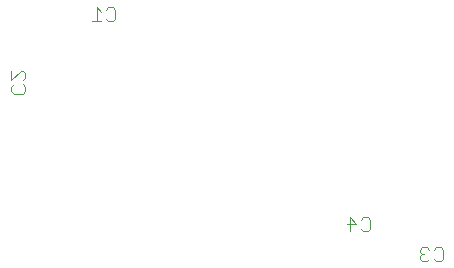
<source format=gbr>
G04 EAGLE Gerber RS-274X export*
G75*
%MOMM*%
%FSLAX34Y34*%
%LPD*%
%INSilkscreen Bottom*%
%IPPOS*%
%AMOC8*
5,1,8,0,0,1.08239X$1,22.5*%
G01*
%ADD10C,0.101600*%


D10*
X702896Y619853D02*
X704845Y621802D01*
X708743Y621802D01*
X710692Y619853D01*
X710692Y612057D01*
X708743Y610108D01*
X704845Y610108D01*
X702896Y612057D01*
X698998Y617904D02*
X695100Y621802D01*
X695100Y610108D01*
X698998Y610108D02*
X691202Y610108D01*
X634502Y554467D02*
X632553Y556416D01*
X634502Y554467D02*
X634502Y550569D01*
X632553Y548620D01*
X624757Y548620D01*
X622808Y550569D01*
X622808Y554467D01*
X624757Y556416D01*
X622808Y560314D02*
X622808Y568110D01*
X622808Y560314D02*
X630604Y568110D01*
X632553Y568110D01*
X634502Y566161D01*
X634502Y562263D01*
X632553Y560314D01*
X980284Y416653D02*
X982233Y418602D01*
X986131Y418602D01*
X988080Y416653D01*
X988080Y408857D01*
X986131Y406908D01*
X982233Y406908D01*
X980284Y408857D01*
X976386Y416653D02*
X974437Y418602D01*
X970539Y418602D01*
X968590Y416653D01*
X968590Y414704D01*
X970539Y412755D01*
X972488Y412755D01*
X970539Y412755D02*
X968590Y410806D01*
X968590Y408857D01*
X970539Y406908D01*
X974437Y406908D01*
X976386Y408857D01*
X920745Y444002D02*
X918796Y442053D01*
X920745Y444002D02*
X924643Y444002D01*
X926592Y442053D01*
X926592Y434257D01*
X924643Y432308D01*
X920745Y432308D01*
X918796Y434257D01*
X909051Y432308D02*
X909051Y444002D01*
X914898Y438155D01*
X907102Y438155D01*
M02*

</source>
